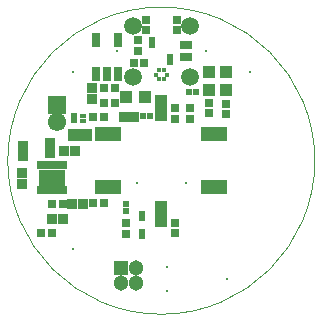
<source format=gbs>
G04*
G04 #@! TF.GenerationSoftware,Altium Limited,Altium Designer,19.0.14 (431)*
G04*
G04 Layer_Color=16711935*
%FSLAX25Y25*%
%MOIN*%
G70*
G01*
G75*
%ADD14C,0.00050*%
%ADD45R,0.03241X0.03398*%
%ADD46R,0.02375X0.01981*%
%ADD47R,0.03398X0.03241*%
%ADD48C,0.00800*%
%ADD49R,0.06115X0.06115*%
%ADD50C,0.06115*%
%ADD51C,0.05131*%
%ADD52R,0.05131X0.05131*%
%ADD53C,0.05918*%
%ADD100R,0.02178X0.02965*%
%ADD101R,0.08674X0.05367*%
%ADD102R,0.04343X0.08674*%
%ADD103R,0.08674X0.04737*%
%ADD104R,0.04343X0.02572*%
%ADD105R,0.02965X0.02965*%
%ADD106R,0.01587X0.01784*%
%ADD107R,0.01784X0.01587*%
%ADD108R,0.01981X0.01902*%
%ADD109R,0.04934X0.03950*%
%ADD110R,0.03359X0.03950*%
%ADD111R,0.03162X0.04934*%
%ADD112R,0.02375X0.03556*%
%ADD113R,0.03950X0.03950*%
%ADD114R,0.02375X0.01784*%
%ADD115R,0.01981X0.02375*%
%ADD116R,0.03950X0.03950*%
%ADD117R,0.02965X0.02965*%
D14*
X51181Y0D02*
G03*
X51181Y0I-51181J0D01*
G01*
D45*
X-46457Y-7638D02*
D03*
Y-4173D02*
D03*
X-23228Y20709D02*
D03*
Y24173D02*
D03*
X-46055Y4882D02*
D03*
Y1417D02*
D03*
X-37008Y6063D02*
D03*
Y2598D02*
D03*
D46*
X-11811Y-14567D02*
D03*
Y-16929D02*
D03*
D47*
X-9094Y14567D02*
D03*
X-12559D02*
D03*
X-28819Y3150D02*
D03*
X-32283D02*
D03*
X-36378Y-19291D02*
D03*
X-32913D02*
D03*
X-26221Y-14567D02*
D03*
X-29685D02*
D03*
D48*
X8268Y-7283D02*
D03*
X-8268D02*
D03*
X1811Y-35370D02*
D03*
Y-43370D02*
D03*
X21811Y-39370D02*
D03*
X-14764Y36417D02*
D03*
X14764D02*
D03*
X29528Y29528D02*
D03*
X-29528D02*
D03*
Y-29528D02*
D03*
D49*
X-34646Y18701D02*
D03*
D50*
Y12795D02*
D03*
D51*
X-8327Y-40689D02*
D03*
X-13327D02*
D03*
X-8327Y-35689D02*
D03*
D52*
X-13327D02*
D03*
D53*
X-9449Y27953D02*
D03*
Y44882D02*
D03*
X9449Y27953D02*
D03*
Y44882D02*
D03*
D100*
X-32480Y-9764D02*
D03*
Y-1457D02*
D03*
X-38386Y-9764D02*
D03*
X-34449D02*
D03*
X-36417D02*
D03*
X-40354D02*
D03*
X-34449Y-1457D02*
D03*
X-36417D02*
D03*
X-38386D02*
D03*
X-40354D02*
D03*
D101*
X-36417Y-5610D02*
D03*
D102*
X0Y17717D02*
D03*
Y-17717D02*
D03*
D103*
X17717Y8858D02*
D03*
X-17717D02*
D03*
X17717Y-8858D02*
D03*
X-17717D02*
D03*
D104*
X8268Y38681D02*
D03*
Y34547D02*
D03*
D105*
X-39961Y-24016D02*
D03*
X-36417D02*
D03*
X-5709Y32677D02*
D03*
X-9252D02*
D03*
X-15551Y24173D02*
D03*
X-19094D02*
D03*
X-19094Y19291D02*
D03*
X-15551D02*
D03*
X-22638Y-14173D02*
D03*
X-19094D02*
D03*
Y14567D02*
D03*
X-22638D02*
D03*
X-36417Y-14567D02*
D03*
X-32874D02*
D03*
D106*
X-787Y27244D02*
D03*
X787D02*
D03*
Y30079D02*
D03*
X-787D02*
D03*
D107*
X1811Y28661D02*
D03*
X-1811D02*
D03*
D108*
X2953Y34587D02*
D03*
Y32736D02*
D03*
X-2953Y40295D02*
D03*
Y38445D02*
D03*
D109*
X-28839Y8661D02*
D03*
D110*
X-24705D02*
D03*
D111*
X-18110Y29035D02*
D03*
X-21850D02*
D03*
X-14370D02*
D03*
X-21850Y40256D02*
D03*
X-14370D02*
D03*
D112*
X-6299Y-18406D02*
D03*
Y-24311D02*
D03*
X-28937Y14173D02*
D03*
D113*
X15748Y29724D02*
D03*
Y23425D02*
D03*
X21457Y29724D02*
D03*
Y23425D02*
D03*
D114*
X-26181Y13287D02*
D03*
Y15059D02*
D03*
D115*
X-6102Y14764D02*
D03*
X-3740D02*
D03*
X9252Y22835D02*
D03*
X11614D02*
D03*
D116*
X-5512Y21260D02*
D03*
X-11811D02*
D03*
D117*
X5158Y47047D02*
D03*
Y43504D02*
D03*
X-5118Y47047D02*
D03*
Y43504D02*
D03*
X4724Y13976D02*
D03*
Y17520D02*
D03*
X9449Y13976D02*
D03*
Y17520D02*
D03*
X-7874Y36577D02*
D03*
Y40121D02*
D03*
X4724Y-24213D02*
D03*
Y-20669D02*
D03*
X-11811Y-20728D02*
D03*
Y-24272D02*
D03*
X21457Y19055D02*
D03*
Y15512D02*
D03*
X15748Y19291D02*
D03*
Y15748D02*
D03*
M02*

</source>
